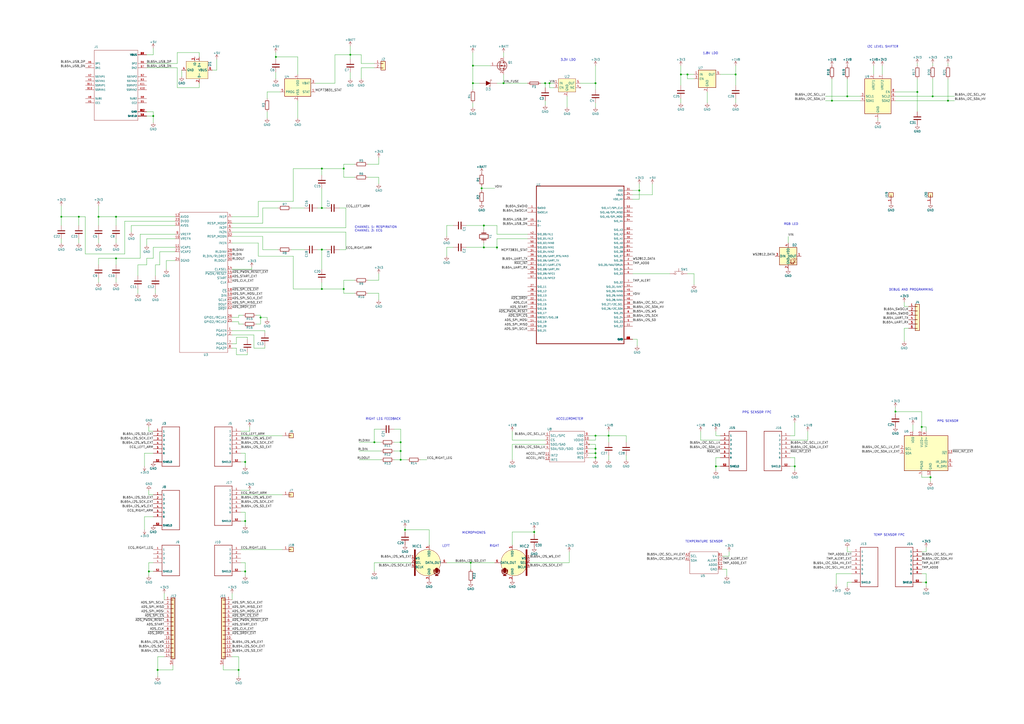
<source format=kicad_sch>
(kicad_sch (version 20221206) (generator eeschema)
  (paper "A2")
  (title_block (title "LifeDataLink") (date "2020-05-19") (rev "v1_RevA") (company "Horizon Medical"))
  (junction (at 142.24 267.97))
  (junction (at 138.43 388.62))
  (junction (at 461.01 270.51))
  (junction (at 534.67 247.65))
  (junction (at 35.56 125.73))
  (junction (at 345.44 260.35))
  (junction (at 67.31 125.73))
  (junction (at 318.77 48.26))
  (junction (at 186.69 97.79))
  (junction (at 353.06 252.73))
  (junction (at 151.13 184.15))
  (junction (at 532.13 53.34))
  (junction (at 345.44 265.43))
  (junction (at 232.41 261.62))
  (junction (at 232.41 266.7))
  (junction (at 232.41 256.54))
  (junction (at 234.95 307.34))
  (junction (at 67.31 149.86))
  (junction (at 88.9 67.31))
  (junction (at 280.67 130.81))
  (junction (at 539.75 276.86))
  (junction (at 398.78 43.18))
  (junction (at 292.1 48.26))
  (junction (at 45.72 125.73))
  (junction (at 345.44 48.26))
  (junction (at 274.32 38.1))
  (junction (at 142.24 302.26))
  (junction (at 549.91 58.42))
  (junction (at 345.44 252.73))
  (junction (at 426.72 43.18))
  (junction (at 273.05 326.39))
  (junction (at 217.17 256.54))
  (junction (at 394.97 43.18))
  (junction (at 280.67 143.51))
  (junction (at 199.39 167.64))
  (junction (at 415.29 270.51))
  (junction (at 199.39 97.79))
  (junction (at 142.24 331.47))
  (junction (at 491.49 55.88))
  (junction (at 541.02 55.88))
  (junction (at 316.23 48.26))
  (junction (at 186.69 120.65))
  (junction (at 537.21 337.82))
  (junction (at 345.44 262.89))
  (junction (at 203.2 31.75))
  (junction (at 160.02 33.02))
  (junction (at 279.4 109.22))
  (junction (at 370.84 110.49))
  (junction (at 57.15 125.73))
  (junction (at 482.6 58.42))
  (junction (at 288.29 143.51))
  (junction (at 274.32 48.26))
  (junction (at 186.69 144.78))
  (junction (at 186.69 167.64))
  (junction (at 86.36 331.47))
  (junction (at 309.88 308.61))
  (junction (at 91.44 388.62))
  (junction (at 519.43 238.76))
  (wire (pts (xy 88.9 31.75) (xy 88.9 27.94)))
  (wire (pts (xy 287.02 109.22) (xy 279.4 109.22)))
  (wire (pts (xy 105.41 40.64) (xy 105.41 44.45)))
  (wire (pts (xy 415.29 265.43) (xy 415.29 270.51)))
  (wire (pts (xy 274.32 52.07) (xy 274.32 48.26)))
  (wire (pts (xy 203.2 26.67) (xy 203.2 31.75)))
  (wire (pts (xy 134.62 137.16) (xy 152.4 137.16)))
  (wire (pts (xy 199.39 97.79) (xy 199.39 95.25)))
  (wire (pts (xy 199.39 170.18) (xy 205.74 170.18)))
  (wire (pts (xy 88.9 143.51) (xy 88.9 149.86)))
  (wire (pts (xy 309.88 308.61) (xy 309.88 309.88)))
  (wire (pts (xy 219.71 170.18) (xy 219.71 173.99)))
  (wire (pts (xy 345.44 252.73) (xy 353.06 252.73)))
  (wire (pts (xy 83.82 262.89) (xy 88.9 262.89)))
  (wire (pts (xy 85.09 31.75) (xy 88.9 31.75)))
  (wire (pts (xy 537.21 337.82) (xy 537.21 340.36)))
  (wire (pts (xy 402.59 165.1) (xy 402.59 158.75)))
  (wire (pts (xy 228.6 266.7) (xy 232.41 266.7)))
  (wire (pts (xy 148.59 187.96) (xy 151.13 187.96)))
  (wire (pts (xy 509.27 68.58) (xy 509.27 69.85)))
  (wire (pts (xy 149.86 116.84) (xy 170.18 116.84)))
  (wire (pts (xy 287.02 326.39) (xy 273.05 326.39)))
  (wire (pts (xy 143.51 205.74) (xy 143.51 204.47)))
  (wire (pts (xy 367.03 113.03) (xy 378.46 113.03)))
  (wire (pts (xy 307.34 326.39) (xy 330.2 326.39)))
  (wire (pts (xy 485.14 332.74) (xy 485.14 339.09)))
  (wire (pts (xy 88.9 326.39) (xy 86.36 326.39)))
  (wire (pts (xy 170.18 148.59) (xy 170.18 167.64)))
  (wire (pts (xy 539.75 279.4) (xy 539.75 276.86)))
  (wire (pts (xy 67.31 153.67) (xy 67.31 149.86)))
  (wire (pts (xy 537.21 332.74) (xy 537.21 337.82)))
  (wire (pts (xy 297.18 257.81) (xy 316.23 257.81)))
  (wire (pts (xy 138.43 182.88) (xy 140.97 182.88)))
  (wire (pts (xy 259.08 326.39) (xy 273.05 326.39)))
  (wire (pts (xy 328.93 55.88) (xy 328.93 62.23)))
  (wire (pts (xy 123.19 40.64) (xy 125.73 40.64)))
  (wire (pts (xy 341.63 262.89) (xy 345.44 262.89)))
  (wire (pts (xy 288.29 138.43) (xy 288.29 143.51)))
  (wire (pts (xy 143.51 195.58) (xy 137.16 195.58)))
  (wire (pts (xy 478.79 55.88) (xy 491.49 55.88)))
  (wire (pts (xy 85.09 153.67) (xy 80.01 153.67)))
  (wire (pts (xy 138.43 388.62) (xy 138.43 381)))
  (wire (pts (xy 115.57 50.8) (xy 102.87 50.8)))
  (wire (pts (xy 458.47 255.27) (xy 468.63 255.27)))
  (wire (pts (xy 534.67 337.82) (xy 537.21 337.82)))
  (wire (pts (xy 176.53 120.65) (xy 168.91 120.65)))
  (wire (pts (xy 406.4 250.19) (xy 406.4 255.27)))
  (wire (pts (xy 100.33 388.62) (xy 91.44 388.62)))
  (wire (pts (xy 511.81 38.1) (xy 511.81 43.18)))
  (wire (pts (xy 345.44 257.81) (xy 345.44 260.35)))
  (wire (pts (xy 134.62 129.54) (xy 152.4 129.54)))
  (wire (pts (xy 534.67 238.76) (xy 534.67 247.65)))
  (wire (pts (xy 85.09 138.43) (xy 85.09 142.24)))
  (wire (pts (xy 345.44 255.27) (xy 345.44 252.73)))
  (wire (pts (xy 309.88 307.34) (xy 309.88 308.61)))
  (wire (pts (xy 421.64 330.2) (xy 421.64 334.01)))
  (wire (pts (xy 274.32 62.23) (xy 274.32 59.69)))
  (wire (pts (xy 85.09 138.43) (xy 101.6 138.43)))
  (wire (pts (xy 394.97 38.1) (xy 394.97 43.18)))
  (wire (pts (xy 219.71 102.87) (xy 219.71 106.68)))
  (wire (pts (xy 316.23 58.42) (xy 316.23 60.96)))
  (wire (pts (xy 139.7 252.73) (xy 163.83 252.73)))
  (wire (pts (xy 519.43 58.42) (xy 549.91 58.42)))
  (wire (pts (xy 72.39 128.27) (xy 72.39 147.32)))
  (wire (pts (xy 534.67 247.65) (xy 537.21 247.65)))
  (wire (pts (xy 186.69 144.78) (xy 189.23 144.78)))
  (wire (pts (xy 519.43 238.76) (xy 534.67 238.76)))
  (wire (pts (xy 458.47 270.51) (xy 461.01 270.51)))
  (wire (pts (xy 139.7 297.18) (xy 142.24 297.18)))
  (wire (pts (xy 213.36 102.87) (xy 219.71 102.87)))
  (wire (pts (xy 152.4 144.78) (xy 161.29 144.78)))
  (wire (pts (xy 306.07 138.43) (xy 288.29 138.43)))
  (wire (pts (xy 534.67 275.59) (xy 534.67 276.86)))
  (wire (pts (xy 88.9 287.02) (xy 86.36 287.02)))
  (wire (pts (xy 353.06 250.19) (xy 353.06 252.73)))
  (wire (pts (xy 321.31 50.8) (xy 318.77 50.8)))
  (wire (pts (xy 186.69 163.83) (xy 186.69 167.64)))
  (wire (pts (xy 45.72 140.97) (xy 45.72 138.43)))
  (wire (pts (xy 280.67 130.81) (xy 288.29 130.81)))
  (wire (pts (xy 186.69 109.22) (xy 186.69 120.65)))
  (wire (pts (xy 72.39 147.32) (xy 49.53 147.32)))
  (wire (pts (xy 461.01 252.73) (xy 458.47 252.73)))
  (wire (pts (xy 95.25 344.17) (xy 95.25 347.98)))
  (wire (pts (xy 196.85 144.78) (xy 200.66 144.78)))
  (wire (pts (xy 153.67 201.93) (xy 153.67 200.66)))
  (wire (pts (xy 491.49 317.5) (xy 491.49 320.04)))
  (wire (pts (xy 115.57 48.26) (xy 115.57 50.8)))
  (wire (pts (xy 139.7 250.19) (xy 144.78 250.19)))
  (wire (pts (xy 419.1 322.58) (xy 422.91 322.58)))
  (wire (pts (xy 147.32 201.93) (xy 153.67 201.93)))
  (wire (pts (xy 415.29 250.19) (xy 415.29 252.73)))
  (wire (pts (xy 410.21 53.34) (xy 410.21 59.69)))
  (wire (pts (xy 137.16 201.93) (xy 137.16 205.74)))
  (wire (pts (xy 196.85 120.65) (xy 200.66 120.65)))
  (wire (pts (xy 146.05 156.21) (xy 146.05 154.94)))
  (wire (pts (xy 482.6 45.72) (xy 482.6 58.42)))
  (wire (pts (xy 129.54 386.08) (xy 129.54 388.62)))
  (wire (pts (xy 353.06 252.73) (xy 353.06 256.54)))
  (wire (pts (xy 353.06 264.16) (xy 353.06 266.7)))
  (wire (pts (xy 138.43 187.96) (xy 140.97 187.96)))
  (wire (pts (xy 102.87 30.48) (xy 115.57 30.48)))
  (wire (pts (xy 139.7 302.26) (xy 142.24 302.26)))
  (wire (pts (xy 186.69 167.64) (xy 199.39 167.64)))
  (wire (pts (xy 336.55 48.26) (xy 345.44 48.26)))
  (wire (pts (xy 318.77 50.8) (xy 318.77 48.26)))
  (wire (pts (xy 341.63 257.81) (xy 345.44 257.81)))
  (wire (pts (xy 345.44 48.26) (xy 345.44 38.1)))
  (wire (pts (xy 96.52 156.21) (xy 96.52 151.13)))
  (wire (pts (xy 88.9 67.31) (xy 85.09 67.31)))
  (wire (pts (xy 341.63 265.43) (xy 345.44 265.43)))
  (wire (pts (xy 92.71 146.05) (xy 101.6 146.05)))
  (wire (pts (xy 88.9 143.51) (xy 101.6 143.51)))
  (wire (pts (xy 519.43 53.34) (xy 532.13 53.34)))
  (wire (pts (xy 184.15 120.65) (xy 186.69 120.65)))
  (wire (pts (xy 232.41 256.54) (xy 232.41 261.62)))
  (wire (pts (xy 549.91 36.83) (xy 549.91 38.1)))
  (wire (pts (xy 134.62 134.62) (xy 200.66 134.62)))
  (wire (pts (xy 426.72 43.18) (xy 426.72 49.53)))
  (wire (pts (xy 57.15 125.73) (xy 57.15 130.81)))
  (wire (pts (xy 406.4 255.27) (xy 417.83 255.27)))
  (wire (pts (xy 234.95 307.34) (xy 234.95 308.61)))
  (wire (pts (xy 341.63 260.35) (xy 345.44 260.35)))
  (wire (pts (xy 170.18 167.64) (xy 186.69 167.64)))
  (wire (pts (xy 163.83 318.77) (xy 139.7 318.77)))
  (wire (pts (xy 534.67 276.86) (xy 539.75 276.86)))
  (wire (pts (xy 316.23 48.26) (xy 318.77 48.26)))
  (wire (pts (xy 532.13 36.83) (xy 532.13 38.1)))
  (wire (pts (xy 57.15 163.83) (xy 57.15 161.29)))
  (wire (pts (xy 170.18 116.84) (xy 170.18 97.79)))
  (wire (pts (xy 549.91 45.72) (xy 549.91 58.42)))
  (wire (pts (xy 67.31 125.73) (xy 57.15 125.73)))
  (wire (pts (xy 142.24 331.47) (xy 142.24 334.01)))
  (wire (pts (xy 152.4 129.54) (xy 152.4 120.65)))
  (wire (pts (xy 457.2 137.16) (xy 457.2 140.97)))
  (wire (pts (xy 219.71 95.25) (xy 219.71 91.44)))
  (wire (pts (xy 176.53 144.78) (xy 168.91 144.78)))
  (wire (pts (xy 220.98 248.92) (xy 217.17 248.92)))
  (wire (pts (xy 199.39 97.79) (xy 199.39 102.87)))
  (wire (pts (xy 345.44 265.43) (xy 345.44 266.7)))
  (wire (pts (xy 234.95 307.34) (xy 248.92 307.34)))
  (wire (pts (xy 367.03 110.49) (xy 370.84 110.49)))
  (wire (pts (xy 152.4 120.65) (xy 161.29 120.65)))
  (wire (pts (xy 91.44 381) (xy 95.25 381)))
  (wire (pts (xy 186.69 156.21) (xy 186.69 144.78)))
  (wire (pts (xy 45.72 125.73) (xy 35.56 125.73)))
  (wire (pts (xy 426.72 57.15) (xy 426.72 59.69)))
  (wire (pts (xy 91.44 392.43) (xy 91.44 388.62)))
  (wire (pts (xy 142.24 297.18) (xy 142.24 302.26)))
  (wire (pts (xy 534.67 247.65) (xy 534.67 250.19)))
  (wire (pts (xy 461.01 265.43) (xy 461.01 270.51)))
  (wire (pts (xy 259.08 148.59) (xy 259.08 143.51)))
  (wire (pts (xy 243.84 266.7) (xy 247.65 266.7)))
  (wire (pts (xy 85.09 64.77) (xy 88.9 64.77)))
  (wire (pts (xy 138.43 186.69) (xy 138.43 187.96)))
  (wire (pts (xy 541.02 36.83) (xy 541.02 38.1)))
  (wire (pts (xy 57.15 140.97) (xy 57.15 138.43)))
  (wire (pts (xy 539.75 276.86) (xy 539.75 275.59)))
  (wire (pts (xy 213.36 95.25) (xy 219.71 95.25)))
  (wire (pts (xy 88.9 331.47) (xy 86.36 331.47)))
  (wire (pts (xy 468.63 255.27) (xy 468.63 250.19)))
  (wire (pts (xy 274.32 38.1) (xy 284.48 38.1)))
  (wire (pts (xy 139.7 284.48) (xy 144.78 284.48)))
  (wire (pts (xy 394.97 43.18) (xy 394.97 49.53)))
  (wire (pts (xy 35.56 119.38) (xy 35.56 125.73)))
  (wire (pts (xy 186.69 101.6) (xy 186.69 97.79)))
  (wire (pts (xy 49.53 147.32) (xy 49.53 125.73)))
  (wire (pts (xy 367.03 115.57) (xy 370.84 115.57)))
  (wire (pts (xy 182.88 48.26) (xy 194.31 48.26)))
  (wire (pts (xy 139.7 267.97) (xy 142.24 267.97)))
  (wire (pts (xy 199.39 167.64) (xy 199.39 162.56)))
  (wire (pts (xy 273.05 330.2) (xy 273.05 326.39)))
  (wire (pts (xy 134.62 191.77) (xy 153.67 191.77)))
  (wire (pts (xy 297.18 308.61) (xy 297.18 316.23)))
  (wire (pts (xy 461.01 270.51) (xy 461.01 273.05)))
  (wire (pts (xy 86.36 331.47) (xy 86.36 334.01)))
  (wire (pts (xy 172.72 33.02) (xy 172.72 43.18)))
  (wire (pts (xy 186.69 97.79) (xy 199.39 97.79)))
  (wire (pts (xy 217.17 326.39) (xy 238.76 326.39)))
  (wire (pts (xy 134.62 199.39) (xy 137.16 199.39)))
  (wire (pts (xy 345.44 59.69) (xy 345.44 62.23)))
  (wire (pts (xy 353.06 252.73) (xy 363.22 252.73)))
  (wire (pts (xy 45.72 125.73) (xy 45.72 130.81)))
  (wire (pts (xy 524.51 175.26) (xy 524.51 177.8)))
  (wire (pts (xy 274.32 48.26) (xy 278.13 48.26)))
  (wire (pts (xy 134.62 156.21) (xy 146.05 156.21)))
  (wire (pts (xy 491.49 337.82) (xy 491.49 340.36)))
  (wire (pts (xy 76.2 130.81) (xy 76.2 134.62)))
  (wire (pts (xy 184.15 144.78) (xy 186.69 144.78)))
  (wire (pts (xy 297.18 255.27) (xy 316.23 255.27)))
  (wire (pts (xy 292.1 33.02) (xy 292.1 30.48)))
  (wire (pts (xy 398.78 43.18) (xy 394.97 43.18)))
  (wire (pts (xy 138.43 392.43) (xy 138.43 388.62)))
  (wire (pts (xy 160.02 30.48) (xy 160.02 33.02)))
  (wire (pts (xy 134.62 186.69) (xy 138.43 186.69)))
  (wire (pts (xy 49.53 125.73) (xy 45.72 125.73)))
  (wire (pts (xy 142.24 262.89) (xy 142.24 267.97)))
  (wire (pts (xy 203.2 31.75) (xy 203.2 34.29)))
  (wire (pts (xy 194.31 48.26) (xy 194.31 31.75)))
  (wire (pts (xy 67.31 140.97) (xy 67.31 138.43)))
  (wire (pts (xy 147.32 201.93) (xy 147.32 194.31)))
  (wire (pts (xy 341.63 255.27) (xy 345.44 255.27)))
  (wire (pts (xy 138.43 184.15) (xy 138.43 182.88)))
  (wire (pts (xy 461.01 245.11) (xy 461.01 252.73)))
  (wire (pts (xy 506.73 38.1) (xy 506.73 43.18)))
  (wire (pts (xy 532.13 64.77) (xy 532.13 53.34)))
  (wire (pts (xy 537.21 317.5) (xy 537.21 320.04)))
  (wire (pts (xy 200.66 134.62) (xy 200.66 144.78)))
  (wire (pts (xy 90.17 153.67) (xy 92.71 153.67)))
  (wire (pts (xy 209.55 36.83) (xy 217.17 36.83)))
  (wire (pts (xy 170.18 97.79) (xy 186.69 97.79)))
  (wire (pts (xy 134.62 344.17) (xy 134.62 347.98)))
  (wire (pts (xy 524.51 177.8) (xy 527.05 177.8)))
  (wire (pts (xy 149.86 148.59) (xy 170.18 148.59)))
  (wire (pts (xy 154.94 68.58) (xy 154.94 64.77)))
  (wire (pts (xy 527.05 190.5) (xy 524.51 190.5)))
  (wire (pts (xy 139.7 262.89) (xy 142.24 262.89)))
  (wire (pts (xy 415.29 252.73) (xy 417.83 252.73)))
  (wire (pts (xy 142.24 302.26) (xy 142.24 304.8)))
  (wire (pts (xy 288.29 130.81) (xy 288.29 135.89)))
  (wire (pts (xy 519.43 55.88) (xy 541.02 55.88)))
  (wire (pts (xy 209.55 31.75) (xy 203.2 31.75)))
  (wire (pts (xy 154.94 57.15) (xy 154.94 53.34)))
  (wire (pts (xy 259.08 130.81) (xy 262.89 130.81)))
  (wire (pts (xy 142.24 267.97) (xy 142.24 270.51)))
  (wire (pts (xy 288.29 143.51) (xy 288.29 144.78)))
  (wire (pts (xy 209.55 39.37) (xy 217.17 39.37)))
  (wire (pts (xy 147.32 194.31) (xy 134.62 194.31)))
  (wire (pts (xy 402.59 43.18) (xy 398.78 43.18)))
  (wire (pts (xy 292.1 48.26) (xy 292.1 43.18)))
  (wire (pts (xy 88.9 250.19) (xy 86.36 250.19)))
  (wire (pts (xy 86.36 287.02) (xy 86.36 284.48)))
  (wire (pts (xy 194.31 31.75) (xy 203.2 31.75)))
  (wire (pts (xy 537.21 320.04) (xy 534.67 320.04)))
  (wire (pts (xy 491.49 45.72) (xy 491.49 55.88)))
  (wire (pts (xy 292.1 48.26) (xy 306.07 48.26)))
  (wire (pts (xy 125.73 40.64) (xy 125.73 34.29)))
  (wire (pts (xy 529.59 246.38) (xy 529.59 250.19)))
  (wire (pts (xy 35.56 125.73) (xy 35.56 130.81)))
  (wire (pts (xy 541.02 55.88) (xy 553.72 55.88)))
  (wire (pts (xy 549.91 58.42) (xy 553.72 58.42)))
  (wire (pts (xy 172.72 68.58) (xy 172.72 58.42)))
  (wire (pts (xy 67.31 163.83) (xy 67.31 161.29)))
  (wire (pts (xy 102.87 39.37) (xy 102.87 50.8)))
  (wire (pts (xy 83.82 299.72) (xy 83.82 307.34)))
  (wire (pts (xy 417.83 43.18) (xy 426.72 43.18)))
  (wire (pts (xy 137.16 195.58) (xy 137.16 199.39)))
  (wire (pts (xy 143.51 196.85) (xy 143.51 195.58)))
  (wire (pts (xy 148.59 182.88) (xy 151.13 182.88)))
  (wire (pts (xy 426.72 43.18) (xy 426.72 38.1)))
  (wire (pts (xy 345.44 260.35) (xy 345.44 262.89)))
  (wire (pts (xy 341.63 252.73) (xy 345.44 252.73)))
  (wire (pts (xy 81.28 135.89) (xy 101.6 135.89)))
  (wire (pts (xy 232.41 261.62) (xy 232.41 266.7)))
  (wire (pts (xy 76.2 130.81) (xy 101.6 130.81)))
  (wire (pts (xy 80.01 170.18) (xy 80.01 167.64)))
  (wire (pts (xy 85.09 149.86) (xy 85.09 153.67)))
  (wire (pts (xy 220.98 266.7) (xy 208.28 266.7)))
  (wire (pts (xy 280.67 140.97) (xy 280.67 143.51)))
  (wire (pts (xy 248.92 307.34) (xy 248.92 316.23)))
  (wire (pts (xy 363.22 264.16) (xy 363.22 266.7)))
  (wire (pts (xy 137.16 205.74) (xy 143.51 205.74)))
  (wire (pts (xy 330.2 320.04) (xy 330.2 326.39)))
  (wire (pts (xy 219.71 162.56) (xy 219.71 158.75)))
  (wire (pts (xy 345.44 262.89) (xy 345.44 265.43)))
  (wire (pts (xy 90.17 153.67) (xy 90.17 160.02)))
  (wire (pts (xy 494.03 337.82) (xy 491.49 337.82)))
  (wire (pts (xy 228.6 248.92) (xy 232.41 248.92)))
  (wire (pts (xy 92.71 153.67) (xy 92.71 146.05)))
  (wire (pts (xy 154.94 53.34) (xy 162.56 53.34)))
  (wire (pts (xy 134.62 184.15) (xy 138.43 184.15)))
  (wire (pts (xy 83.82 262.89) (xy 83.82 270.51)))
  (wire (pts (xy 138.43 381) (xy 134.62 381)))
  (wire (pts (xy 139.7 326.39) (xy 142.24 326.39)))
  (wire (pts (xy 316.23 50.8) (xy 316.23 48.26)))
  (wire (pts (xy 280.67 143.51) (xy 288.29 143.51)))
  (wire (pts (xy 199.39 162.56) (xy 205.74 162.56)))
  (wire (pts (xy 57.15 149.86) (xy 67.31 149.86)))
  (wire (pts (xy 88.9 299.72) (xy 83.82 299.72)))
  (wire (pts (xy 402.59 158.75) (xy 398.78 158.75)))
  (wire (pts (xy 318.77 48.26) (xy 321.31 48.26)))
  (wire (pts (xy 209.55 39.37) (xy 209.55 45.72)))
  (wire (pts (xy 519.43 236.22) (xy 519.43 238.76)))
  (wire (pts (xy 482.6 58.42) (xy 499.11 58.42)))
  (wire (pts (xy 398.78 45.72) (xy 398.78 43.18)))
  (wire (pts (xy 422.91 322.58) (xy 422.91 320.04)))
  (wire (pts (xy 297.18 250.19) (xy 297.18 255.27)))
  (wire (pts (xy 288.29 48.26) (xy 292.1 48.26)))
  (wire (pts (xy 35.56 140.97) (xy 35.56 138.43)))
  (wire (pts (xy 217.17 256.54) (xy 220.98 256.54)))
  (wire (pts (xy 160.02 45.72) (xy 160.02 41.91)))
  (wire (pts (xy 232.41 248.92) (xy 232.41 256.54)))
  (wire (pts (xy 67.31 125.73) (xy 101.6 125.73)))
  (wire (pts (xy 388.62 158.75) (xy 367.03 158.75)))
  (wire (pts (xy 80.01 153.67) (xy 80.01 160.02)))
  (wire (pts (xy 532.13 53.34) (xy 532.13 45.72)))
  (wire (pts (xy 86.36 326.39) (xy 86.36 331.47)))
  (wire (pts (xy 86.36 250.19) (xy 86.36 247.65)))
  (wire (pts (xy 279.4 109.22) (xy 279.4 110.49)))
  (wire (pts (xy 217.17 331.47) (xy 217.17 326.39)))
  (wire (pts (xy 378.46 113.03) (xy 378.46 106.68)))
  (wire (pts (xy 134.62 201.93) (xy 137.16 201.93)))
  (wire (pts (xy 151.13 184.15) (xy 154.94 184.15)))
  (wire (pts (xy 313.69 48.26) (xy 316.23 48.26)))
  (wire (pts (xy 541.02 45.72) (xy 541.02 55.88)))
  (wire (pts (xy 149.86 140.97) (xy 149.86 148.59)))
  (wire (pts (xy 270.51 143.51) (xy 280.67 143.51)))
  (wire (pts (xy 259.08 137.16) (xy 259.08 130.81)))
  (wire (pts (xy 369.57 200.66) (xy 369.57 196.85)))
  (wire (pts (xy 151.13 182.88) (xy 151.13 184.15)))
  (wire (pts (xy 200.66 120.65) (xy 200.66 132.08)))
  (wire (pts (xy 494.03 320.04) (xy 491.49 320.04)))
  (wire (pts (xy 199.39 102.87) (xy 205.74 102.87)))
  (wire (pts (xy 134.62 132.08) (xy 200.66 132.08)))
  (wire (pts (xy 88.9 71.12) (xy 88.9 67.31)))
  (wire (pts (xy 134.62 140.97) (xy 149.86 140.97)))
  (wire (pts (xy 149.86 125.73) (xy 149.86 116.84)))
  (wire (pts (xy 519.43 238.76) (xy 519.43 240.03)))
  (wire (pts (xy 153.67 191.77) (xy 153.67 193.04)))
  (wire (pts (xy 139.7 331.47) (xy 142.24 331.47)))
  (wire (pts (xy 228.6 261.62) (xy 232.41 261.62)))
  (wire (pts (xy 134.62 125.73) (xy 149.86 125.73)))
  (wire (pts (xy 402.59 45.72) (xy 398.78 45.72)))
  (wire (pts (xy 309.88 308.61) (xy 297.18 308.61)))
  (wire (pts (xy 213.36 170.18) (xy 219.71 170.18)))
  (wire (pts (xy 151.13 187.96) (xy 151.13 184.15)))
  (wire (pts (xy 203.2 45.72) (xy 203.2 41.91)))
  (wire (pts (xy 524.51 190.5) (xy 524.51 198.12)))
  (wire (pts (xy 279.4 107.95) (xy 279.4 109.22)))
  (wire (pts (xy 270.51 130.81) (xy 280.67 130.81)))
  (wire (pts (xy 280.67 130.81) (xy 280.67 133.35)))
  (wire (pts (xy 234.95 306.07) (xy 234.95 307.34)))
  (wire (pts (xy 81.28 149.86) (xy 81.28 135.89)))
  (wire (pts (xy 199.39 95.25) (xy 205.74 95.25)))
  (wire (pts (xy 172.72 33.02) (xy 160.02 33.02)))
  (wire (pts (xy 217.17 248.92) (xy 217.17 256.54)))
  (wire (pts (xy 154.94 184.15) (xy 154.94 185.42)))
  (wire (pts (xy 417.83 265.43) (xy 415.29 265.43)))
  (wire (pts (xy 160.02 33.02) (xy 160.02 34.29)))
  (wire (pts (xy 88.9 64.77) (xy 88.9 67.31)))
  (wire (pts (xy 100.33 386.08) (xy 100.33 388.62)))
  (wire (pts (xy 57.15 119.38) (xy 57.15 125.73)))
  (wire (pts (xy 485.14 332.74) (xy 494.03 332.74)))
  (wire (pts (xy 67.31 125.73) (xy 67.31 130.81)))
  (wire (pts (xy 369.57 196.85) (xy 367.03 196.85)))
  (wire (pts (xy 274.32 30.48) (xy 274.32 38.1)))
  (wire (pts (xy 101.6 128.27) (xy 72.39 128.27)))
  (wire (pts (xy 394.97 57.15) (xy 394.97 59.69)))
  (wire (pts (xy 478.79 58.42) (xy 482.6 58.42)))
  (wire (pts (xy 419.1 330.2) (xy 421.64 330.2)))
  (wire (pts (xy 417.83 270.51) (xy 415.29 270.51)))
  (wire (pts (xy 363.22 252.73) (xy 363.22 256.54)))
  (wire (pts (xy 213.36 162.56) (xy 219.71 162.56)))
  (wire (pts (xy 152.4 137.16) (xy 152.4 144.78)))
  (wire (pts (xy 537.21 247.65) (xy 537.21 250.19)))
  (wire (pts (xy 228.6 256.54) (xy 232.41 256.54)))
  (wire (pts (xy 88.9 149.86) (xy 85.09 149.86)))
  (wire (pts (xy 534.67 332.74) (xy 537.21 332.74)))
  (wire (pts (xy 85.09 36.83) (xy 102.87 36.83)))
  (wire (pts (xy 458.47 265.43) (xy 461.01 265.43)))
  (wire (pts (xy 85.09 39.37) (xy 102.87 39.37)))
  (wire (pts (xy 274.32 38.1) (xy 274.32 48.26)))
  (wire (pts (xy 370.84 110.49) (xy 370.84 106.68)))
  (wire (pts (xy 491.49 55.88) (xy 499.11 55.88)))
  (wire (pts (xy 144.78 250.19) (xy 144.78 247.65)))
  (wire (pts (xy 139.7 287.02) (xy 163.83 287.02)))
  (wire (pts (xy 91.44 388.62) (xy 91.44 381)))
  (wire (pts (xy 115.57 30.48) (xy 115.57 33.02)))
  (wire (pts (xy 96.52 151.13) (xy 101.6 151.13)))
  (wire (pts (xy 142.24 326.39) (xy 142.24 331.47)))
  (wire (pts (xy 370.84 115.57) (xy 370.84 110.49)))
  (wire (pts (xy 415.29 270.51) (xy 415.29 273.05)))
  (wire (pts (xy 102.87 36.83) (xy 102.87 30.48)))
  (wire (pts (xy 297.18 257.81) (xy 297.18 266.7)))
  (wire (pts (xy 220.98 261.62) (xy 208.28 261.62)))
  (wire (pts (xy 288.29 135.89) (xy 306.07 135.89)))
  (wire (pts (xy 232.41 266.7) (xy 236.22 266.7)))
  (wire (pts (xy 208.28 256.54) (xy 217.17 256.54)))
  (wire (pts (xy 345.44 52.07) (xy 345.44 48.26)))
  (wire (pts (xy 259.08 143.51) (xy 262.89 143.51)))
  (wire (pts (xy 186.69 120.65) (xy 189.23 120.65)))
  (wire (pts (xy 209.55 36.83) (xy 209.55 31.75)))
  (wire (pts (xy 129.54 388.62) (xy 138.43 388.62)))
  (wire (pts (xy 67.31 149.86) (xy 81.28 149.86)))
  (wire (pts (xy 57.15 153.67) (xy 57.15 149.86)))
  (wire (pts (xy 90.17 170.18) (xy 90.17 167.64)))
  (wire (pts (xy 199.39 167.64) (xy 199.39 170.18)))
  (text "RIGHT" (at 289.56 317.5 0) (effects (font (size 1.27 1.27)) (justify right bottom)))
  (text "ACCELEROMETER" (at 322.58 243.84 0) (effects (font (size 1.27 1.27)) (justify left bottom)))
  (text "DEBUG AND PROGRAMMING" (at 515.62 168.91 0) (effects (font (size 1.27 1.27)) (justify left bottom)))
  (text "LEFT" (at 256.54 317.5 0) (effects (font (size 1.27 1.27)) (justify left bottom)))
  (text "3.3V LDO" (at 325.12 35.56 0) (effects (font (size 1.27 1.27)) (justify left bottom)))
  (text "CHANNEL 1: RESPIRATION\nCHANNEL 2: ECG" (at 205.74 134.62 0) (effects (font (size 1.27 1.27)) (justify left bottom)))
  (text "PPG SENSOR" (at 543.56 245.11 0) (effects (font (size 1.27 1.27)) (justify left bottom)))
  (text "RGB LED" (at 454.66 130.81 0) (effects (font (size 1.27 1.27)) (justify left bottom)))
  (text "MICROPHONES" (at 267.97 309.88 0) (effects (font (size 1.27 1.27)) (justify left bottom)))
  (text "TEMPERATURE SENSOR" (at 397.51 314.96 0) (effects (font (size 1.27 1.27)) (justify left bottom)))
  (text "I2C LEVEL SHIFTER" (at 502.92 27.94 0) (effects (font (size 1.27 1.27)) (justify left bottom)))
  (text "1.8V LDO" (at 407.67 31.75 0) (effects (font (size 1.27 1.27)) (justify left bottom)))
  (text "RIGHT LEG FEEDBACK" (at 212.09 243.84 0) (effects (font (size 1.27 1.27)) (justify left bottom)))
  (text "PPG SENSOR FPC" (at 430.53 240.03 0) (effects (font (size 1.27 1.27)) (justify left bottom)))
  (text "TEMP SENSOR FPC" (at 506.73 311.15 0) (effects (font (size 1.27 1.27)) (justify left bottom)))
  (label "BL654_I2S_WS_EXT" (at 238.76 323.85 180))
  (label "~{ADS_PWDN_RESET_EXT}" (at 134.62 360.68 0))
  (label "BL654_SWDCLK" (at 527.05 180.34 180))
  (label "ECG_RIGHT_LEG" (at 139.7 318.77 0))
  (label "ECG_LEFT_ARM" (at 139.7 252.73 0))
  (label "~{MAX_INT_EXT}" (at 552.45 262.89 0))
  (label "ECG_RIGHT_ARM" (at 139.7 287.02 0))
  (label "ADS_SPI_SCLK" (at 95.25 350.52 180))
  (label "RLDINV" (at 214.63 256.54 180))
  (label "~{ADS_SPI_CS}" (at 95.25 358.14 180))
  (label "BL654_USB_DN" (at 49.53 39.37 180))
  (label "BL654_I2S_SD_EXT" (at 139.7 294.64 0))
  (label "BL654_I2S_SCK" (at 95.25 375.92 180))
  (label "BL654_USB_DP" (at 85.09 36.83 0))
  (label "ADS_SPI_SCLK" (at 306.07 191.77 180))
  (label "RLDIN" (at 213.36 261.62 180))
  (label "~{ADS_DRDY_EXT}" (at 134.62 179.07 0))
  (label "ADS_SPI_SCLK_EXT" (at 134.62 173.99 0))
  (label "BL654_I2S_SD_EXT" (at 134.62 378.46 0))
  (label "BL654_I2S_WS_EXT" (at 88.9 294.64 180))
  (label "~{ADS_DRDY}" (at 306.07 173.99 180))
  (label "ECG_RIGHT_LEG" (at 247.65 266.7 0))
  (label "BL654_SWDIO" (at 306.07 120.65 180))
  (label "BL654_I2S_WS_EXT" (at 139.7 289.56 0))
  (label "ADS_CLK" (at 306.07 176.53 180))
  (label "TMP_ALERT_EXT" (at 419.1 325.12 0))
  (label "~{ADS_PWDN_RESET}" (at 95.25 360.68 180))
  (label "ADS_CLK_EXT" (at 134.62 163.83 0))
  (label "ECG_RIGHT_LEG" (at 88.9 318.77 180))
  (label "MCP73831_STAT" (at 306.07 146.05 180))
  (label "BL654_I2S_SCK" (at 367.03 184.15 0))
  (label "BL654_UART_TX" (at 306.07 151.13 180))
  (label "BL654_I2S_SCK_EXT" (at 88.9 292.1 180))
  (label "ADS_START" (at 95.25 363.22 180))
  (label "BL654_USB_DN" (at 85.09 39.37 0))
  (label "BL654_USB_DN" (at 306.07 130.81 180))
  (label "BL654_I2S_SCK_EXT" (at 88.9 255.27 180))
  (label "BL654_I2S_SCK_EXT" (at 307.34 328.93 0))
  (label "BL654_I2S_SD_EXT" (at 281.94 326.39 180))
  (label "BL654_I2S_WS_EXT" (at 134.62 373.38 0))
  (label "~{ADS_SPI_CS_EXT}" (at 134.62 358.14 0))
  (label "BL654_I2S_SCK_EXT" (at 139.7 257.81 0))
  (label "ACCEL_INT2" (at 316.23 264.16 180))
  (label "BL654_USB_DP" (at 306.07 128.27 180))
  (label "BL654_I2C_SCL_LV" (at 417.83 257.81 180))
  (label "ADS_SPI_MISO_EXT" (at 134.62 353.06 0))
  (label "~{MAX_INT}" (at 417.83 262.89 180))
  (label "BL654_UART_RX" (at 527.05 187.96 180))
  (label "ADS_SPI_MOSI" (at 95.25 355.6 180))
  (label "ADS_SPI_MISO" (at 306.07 189.23 180))
  (label "ADS_SPI_MOSI_EXT" (at 134.62 355.6 0))
  (label "BL654_I2S_SCK_EXT" (at 238.76 328.93 180))
  (label "ADS_SPI_MISO" (at 95.25 353.06 180))
  (label "BL654_I2C_SCL_LV_EXT" (at 521.97 260.35 180))
  (label "ECG_RIGHT_ARM" (at 88.9 297.18 180))
  (label "TMP_ADD0_EXT" (at 419.1 327.66 0))
  (label "BL654_I2C_SDA_LV_EXT" (at 521.97 262.89 180))
  (label "BL654_I2C_SCL_LV" (at 478.79 55.88 180))
  (label "ADS_START" (at 306.07 179.07 180))
  (label "BL654_I2C_SCL_HV_EXT" (at 494.03 330.2 180))
  (label "BL654_SWDCLK" (at 306.07 123.19 180))
  (label "~{ADS_DRDY}" (at 95.25 368.3 180))
  (label "BL654_I2C_SDA_LV" (at 316.23 260.35 180))
  (label "BL654_I2S_SCK_EXT" (at 139.7 292.1 0))
  (label "BL654_I2S_SD" (at 367.03 186.69 0))
  (label "RLDOUT" (at 134.62 151.13 0))
  (label "ECG_LEFT_ARM" (at 200.66 120.65 0))
  (label "ADS_CLK_EXT" (at 134.62 365.76 0))
  (label "BL654_I2S_SCK_EXT" (at 134.62 375.92 0))
  (label "~{ADS_SPI_CS_EXT}" (at 134.62 168.91 0))
  (label "VDIV" (at 367.03 171.45 0))
  (label "BL654_UART_RX" (at 306.07 156.21 180))
  (label "BL654_I2C_SCL_HV" (at 534.67 322.58 0))
  (label "BL654_I2S_WS_EXT" (at 88.9 257.81 180))
  (label "BL654_I2C_SCL_HV_EXT" (at 397.51 322.58 180))
  (label "BL654_USB_DP" (at 49.53 36.83 180))
  (label "TMP_ALERT_EXT" (at 494.03 325.12 180))
  (label "~{ADS_DRDY_EXT}" (at 134.62 368.3 0))
  (label "BL654_I2S_WS_EXT" (at 139.7 255.27 0))
  (label "BL654_I2C_SDA_HV" (at 534.67 325.12 0))
  (label "BL654_I2C_SDA_LV" (at 478.79 58.42 180))
  (label "BL654_I2C_SCL_LV_EXT" (at 458.47 257.81 0))
  (label "BL654_I2S_WS_EXT" (at 307.34 323.85 0))
  (label "RLDOUT" (at 214.63 266.7 180))
  (label "ADS_START_EXT" (at 134.62 161.29 0))
  (label "ECG_LEFT_ARM" (at 88.9 260.35 180))
  (label "~{ADS_PWDN_RESET}" (at 306.07 181.61 180))
  (label "BL654_I2C_SDA_LV_EXT" (at 458.47 260.35 0))
  (label "ADS_CLK" (at 95.25 365.76 180))
  (label "BL654_I2C_SCL_LV" (at 316.23 252.73 180))
  (label "ADS_START_EXT" (at 134.62 363.22 0))
  (label "TMP_ADD0" (at 367.03 153.67 0))
  (label "VDIV" (at 287.02 109.22 0))
  (label "ADS_SPI_SCLK_EXT" (at 134.62 350.52 0))
  (label "TMP_ADD0" (at 534.67 330.2 0))
  (label "~{MAX_INT}" (at 306.07 153.67 180))
  (label "BL654_I2S_SD_EXT" (at 88.9 289.56 180))
  (label "BL654_SWDIO" (at 527.05 182.88 180))
  (label "BL654_I2C_SDA_HV" (at 553.72 58.42 0))
  (label "WS2812_DATA" (at 367.03 151.13 0))
  (label "~{ADS_PWDN_RESET_EXT}" (at 134.62 158.75 0))
  (label "BL654_I2S_SD_EXT" (at 88.9 252.73 180))
  (label "BL654_I2C_SDA_HV_EXT" (at 397.51 325.12 180))
  (label "TMP_ALERT" (at 534.67 327.66 0))
  (label "VIN" (at 318.77 48.26 0))
  (label "RLDINV" (at 134.62 146.05 0))
  (label "BL654_I2S_WS" (at 95.25 373.38 180))
  (label "WS2812_DATA" (at 449.58 148.59 180))
  (label "BL654_I2C_SCL_HV" (at 367.03 176.53 0))
  (label "BL654_I2C_SDA_HV_EXT" (at 494.03 327.66 180))
  (label "BL654_I2S_SD" (at 95.25 378.46 180))
  (label "TMP_ALERT" (at 367.03 163.83 0))
  (label "ADS_SPI_MOSI" (at 306.07 186.69 180))
  (label "BL654_I2S_SD_EXT" (at 139.7 260.35 0))
  (label "TMP_ADD0_EXT" (at 494.03 322.58 180))
  (label "BL654_UART_TX" (at 527.05 185.42 180))
  (label "MCP73831_STAT" (at 182.88 53.34 0))
  (label "BL654_I2C_SCL_HV" (at 553.72 55.88 0))
  (label "~{ADS_SPI_CS}" (at 306.07 184.15 180))
  (label "ACCEL_INT1" (at 316.23 266.7 180))
  (label "RLDIN" (at 134.62 148.59 0))
  (label "ECG_RIGHT_ARM" (at 200.66 144.78 0))
  (label "BL654_I2C_SDA_LV" (at 417.83 260.35 180))
  (label "VIN_FUSE" (at 292.1 48.26 0))
  (label "BL654_I2S_WS" (at 367.03 181.61 0))
  (label "BL654_I2C_SDA_HV" (at 367.03 179.07 0))
  (label "ADS_SPI_MOSI_EXT" (at 134.62 171.45 0))
  (label "VIN" (at 457.2 137.16 0))
  (label "~{MAX_INT_EXT}" (at 458.47 262.89 0))
  (label "ADS_SPI_MISO_EXT" (at 134.62 176.53 0))
  (symbol (lib_id "451-00001:451-00001") (at 336.55 153.67 0) (unit 1)
    (property "Reference" "U1" (at 311.0992 107.8738 0) (effects (justify left bottom)))
    (property "Datasheet" "Manufacturer Recommendations" (effects hide))
    (property "Campo4" "Laird Technology" (effects hide))
    (property "MPN" "BL654" (effects hide))
  )
  (symbol (lib_id "power:+5V") (at 160.02 30.48 0) (unit 1)
    (property "Reference" "#PWR019" (effects hide))
  )
  (symbol (lib_id "power:GND") (at 172.72 68.58 0) (unit 1)
    (property "Reference" "#PWR024" (effects hide))
  )
  (symbol (lib_id "Battery_Management:MCP73831-2-OT") (at 172.72 50.8 0) (unit 1)
    (property "Reference" "U4" (at 165.1 44.45 0) (effects (justify left)))
    (property "Datasheet" "http://ww1.microchip.com/downloads/en/DeviceDoc/20001984g.pdf" (effects hide))
    (property "MPN" "MCP73831T-2ACI/OT" (effects hide))
  )
  (symbol (lib_id "Device:C") (at 266.7 130.81 270) (unit 1)
    (property "Reference" "C1" (at 269.24 131.445 0) (effects (justify left)))
    (property "MPN" "C0402C120J5GACTU" (effects hide))
  )
  (symbol (lib_id "Device:C") (at 266.7 143.51 270) (unit 1)
    (property "Reference" "C2" (at 269.24 144.145 0) (effects (justify left)))
    (property "MPN" "C0402C100J5GACTU" (effects hide))
  )
  (symbol (lib_id "Device:Crystal") (at 280.67 137.16 270) (unit 1)
    (property "Reference" "Y1" (at 284.48 137.16 0))
    (property "MPN" "ABS05-32.768KHZ-9-T" (effects hide))
  )
  (symbol (lib_id "power:GND") (at 259.08 148.59 0) (unit 1)
    (property "Reference" "#PWR02" (effects hide))
  )
  (symbol (lib_id "power:GND") (at 259.08 137.16 0) (unit 1)
    (property "Reference" "#PWR01" (effects hide))
  )
  (symbol (lib_id "DX07S024XJ1R1100:DX07S024XJ1R1100") (at 67.31 49.53 0) (unit 1)
    (property "Reference" "J1" (at 54.61 27.94 0) (effects (justify left bottom)))
    (property "Datasheet" "1" (effects hide))
    (property "Campo4" "3.34mm" (effects hide))
    (property "Campo5" "JAE" (effects hide))
    (property "Campo6" "Manufacturer recommendations" (effects hide))
    (property "MPN" "DX07S024XJ1R1100" (effects hide))
  )
  (symbol (lib_id "power:+5V") (at 88.9 27.94 0) (unit 1)
    (property "Reference" "#PWR03" (effects hide))
  )
  (symbol (lib_id "power:GND") (at 88.9 71.12 0) (unit 1)
    (property "Reference" "#PWR04" (effects hide))
  )
  (symbol (lib_id "dk_TVS-Diodes:TPD4S012DRYR") (at 120.65 40.64 270) (unit 1)
    (property "Reference" "D1" (at 121.666 35.433 0) (effects (font (size 1.524 1.524)) (justify left)))
    (property "Datasheet" "http://www.ti.com/general/docs/suppproductinfo.tsp?distId=10&gotoUrl=http%3A%2F%2Fwww.ti.com%2Flit%2Fgpn%2Ftpd4s012" (effects hide))
    (property "Digi-Key_PN" "296-24244-1-ND" (effects hide))
    (property "MPN" "TPD4S012DRYR" (effects hide))
    (property "Category" "Circuit Protection" (effects hide))
    (property "Family" "TVS - Diodes" (effects hide))
    (property "DK_Datasheet_Link" "http://www.ti.com/general/docs/suppproductinfo.tsp?distId=10&gotoUrl=http%3A%2F%2Fwww.ti.com%2Flit%2Fgpn%2Ftpd4s012" (effects hide))
    (property "DK_Detail_Page" "/product-detail/en/texas-instruments/TPD4S012DRYR/296-24244-1-ND/2037535" (effects hide))
    (property "Description" "TVS DIODE 5.5V 6SON" (effects hide))
    (property "Manufacturer" "Texas Instruments" (effects hide))
    (property "Status" "Active" (effects hide))
  )
  (symbol (lib_id "Device:R") (at 224.79 266.7 90) (mirror x) (unit 1)
    (property "Reference" "R13" (at 224.79 268.732 90))
    (property "MPN" "CRCW04020000Z0EDC" (effects hide))
  )
  (symbol (lib_id "Device:R") (at 240.03 266.7 90) (mirror x) (unit 1)
    (property "Reference" "R14" (at 240.03 268.732 90))
    (property "MPN" "CRCW0402100KFKEDC" (effects hide))
  )
  (symbol (lib_id "Device:R") (at 224.79 261.62 90) (mirror x) (unit 1)
    (property "Reference" "R12" (at 224.79 263.652 90))
    (property "MPN" "CRCW0402100KFKEDC" (effects hide))
  )
  (symbol (lib_id "Device:R") (at 224.79 256.54 90) (mirror x) (unit 1)
    (property "Reference" "R11" (at 224.79 258.572 90))
    (property "MPN" "CRCW04021M00FKEDC" (effects hide))
  )
  (symbol (lib_id "power:GND") (at 105.41 44.45 0) (unit 1)
    (property "Reference" "#PWR08" (effects hide))
  )
  (symbol (lib_id "power:+5V") (at 125.73 34.29 0) (unit 1)
    (property "Reference" "#PWR07" (effects hide))
  )
  (symbol (lib_id "Device:C") (at 160.02 38.1 180) (unit 1)
    (property "Reference" "C6" (at 159.385 40.64 0) (effects (justify left)))
    (property "MPN" "C0402C475M7PACTU" (effects hide))
  )
  (symbol (lib_id "dk_PMIC-Voltage-Regulators-Linear:LP5907MFX-3_3_NOPB") (at 328.93 53.34 0) (unit 1)
    (property "Reference" "U2" (at 328.93 44.45 0) (effects (font (size 1.524 1.524))))
    (property "Datasheet" "http://www.ti.com/general/docs/suppproductinfo.tsp?distId=10&gotoUrl=http%3A%2F%2Fwww.ti.com%2Flit%2Fgpn%2Flp5907" (effects hide))
    (property "Digi-Key_PN" "296-38557-1-ND" (effects hide))
    (property "MPN" "LP5907MFX-3.3/NOPB" (effects hide))
    (property "Category" "Integrated Circuits (ICs)" (effects hide))
    (property "Family" "PMIC - Voltage Regulators - Linear" (effects hide))
    (property "DK_Datasheet_Link" "http://www.ti.com/general/docs/suppproductinfo.tsp?distId=10&gotoUrl=http%3A%2F%2Fwww.ti.com%2Flit%2Fgpn%2Flp5907" (effects hide))
    (property "DK_Detail_Page" "/product-detail/en/texas-instruments/LP5907MFX-3.3-NOPB/296-38557-1-ND/5034443" (effects hide))
    (property "Description" "IC REG LINEAR 3.3V 250MA SOT23-5" (effects hide))
    (property "Manufacturer" "Texas Instruments" (effects hide))
    (property "Status" "Active" (effects hide))
  )
  (symbol (lib_id "Device:C") (at 316.23 54.61 180) (unit 1)
    (property "Reference" "C3" (at 315.595 57.15 0) (effects (justify left)))
    (property "MPN" "C0402C105K9PACTU" (effects hide))
  )
  (symbol (lib_id "Device:C") (at 345.44 55.88 180) (unit 1)
    (property "Reference" "C4" (at 344.805 58.42 0) (effects (justify left)))
    (property "MPN" "C0402C105K9PACTU" (effects hide))
  )
  (symbol (lib_id "power:+5V") (at 274.32 30.48 0) (unit 1)
    (property "Reference" "#PWR05" (effects hide))
  )
  (symbol (lib_id "Lifedatalink_v1_revA-rescue:+3.3V-power") (at 345.44 38.1 0) (unit 1)
    (property "Reference" "#PWR06" (effects hide))
  )
  (symbol (lib_id "power:GND") (at 316.23 60.96 0) (unit 1)
    (property "Reference" "#PWR09" (effects hide))
  )
  (symbol (lib_id "power:GND") (at 345.44 62.23 0) (unit 1)
    (property "Reference" "#PWR011" (effects hide))
  )
  (symbol (lib_id "power:GND") (at 328.93 62.23 0) (unit 1)
    (property "Reference" "#PWR010" (effects hide))
  )
  (symbol (lib_id "Device:C") (at 224.79 248.92 90) (mirror x) (unit 1)
    (property "Reference" "C21" (at 222.25 249.555 0) (effects (justify left)))
    (property "MPN" "C0402C470K5GACTU" (effects hide))
  )
  (symbol (lib_id "Device:C") (at 203.2 38.1 180) (unit 1)
    (property "Reference" "C7" (at 202.565 40.64 0) (effects (justify left)))
    (property "MPN" "C0402C475M7PACTU" (effects hide))
  )
  (symbol (lib_id "power:GND") (at 203.2 45.72 0) (unit 1)
    (property "Reference" "#PWR020" (effects hide))
  )
  (symbol (lib_id "Device:R") (at 154.94 60.96 180) (unit 1)
    (property "Reference" "R3" (at 152.908 60.96 90))
    (property "MPN" "CRCW040210K0FKEDC" (effects hide))
  )
  (symbol (lib_id "power:GND") (at 154.94 68.58 0) (unit 1)
    (property "Reference" "#PWR016" (effects hide))
  )
  (symbol (lib_id "Connector_Generic:Conn_01x02") (at 222.25 36.83 0) (unit 1)
    (property "Reference" "J2" (at 222.25 34.29 0))
    (property "MPN" "SM02B-SRSS-TB(LF)(SN)" (effects hide))
  )
  (symbol (lib_id "power:GND") (at 160.02 45.72 0) (unit 1)
    (property "Reference" "#PWR017" (effects hide))
  )
  (symbol (lib_id "power:GND") (at 209.55 45.72 0) (unit 1)
    (property "Reference" "#PWR021" (effects hide))
  )
  (symbol (lib_id "dk_Microphones:SPH0645LM4H-B") (at 248.92 326.39 0) (unit 1)
    (property "Reference" "MIC1" (at 241.935 316.865 0) (effects (font (size 1.524 1.524))))
    (property "Datasheet" "https://invensense.tdk.com/wp-content/uploads/2016/02/DS-000069-ICS-43434-v1.2.pdf?ref_disty=digikey" (effects hide))
    (property "MPN" "ICS-43434" (effects hide))
    (property "Category" "Audio Products" (effects hide))
    (property "Family" "Microphones" (effects hide))
    (property "Manufacturer" "InvenSense" (effects hide))
  )
  (symbol (lib_id "power:+BATT") (at 203.2 26.67 0) (unit 1)
    (property "Reference" "#PWR012" (effects hide))
  )
  (symbol (lib_id "Transistor_FET:DMG2301L") (at 289.56 38.1 0) (unit 1)
    (property "Reference" "Q1" (at 294.64 36.195 0) (effects (justify left)))
    (property "Datasheet" "https://www.ti.com/lit/ds/symlink/csd23280f3.pdf" (effects hide))
    (property "MPN" "CSD23280F3" (effects hide))
  )
  (symbol (lib_id "503480-0400:503480-0400") (at 99.06 323.85 0) (mirror y) (unit 1)
    (property "Reference" "J9" (at 104.14 315.1886 0) (effects (justify left bottom)))
    (property "Datasheet" "5034800400" (effects hide))
    (property "Campo4" "None" (effects hide))
    (property "Campo5" "0.50mm Pitch Easy-On™ BackFlip™ Type FPC Connector, 1.00mm Height, Right Angle, Surface Mount, Dual Contact Style, 4 ..." (effects hide))
    (property "Campo6" "Molex" (effects hide))
    (property "Campo7" "Unavailable" (effects hide))
    (property "Campo8" "None" (effects hide))
    (property "MPN" "503480-0400" (effects hide))
  )
  (symbol (lib_id "dk_Microphones:SPH0645LM4H-B") (at 297.18 326.39 0) (mirror y) (unit 1)
    (property "Reference" "MIC2" (at 304.165 316.865 0) (effects (font (size 1.524 1.524))))
    (property "Datasheet" "https://invensense.tdk.com/wp-content/uploads/2016/02/DS-000069-ICS-43434-v1.2.pdf?ref_disty=digikey" (effects hide))
    (property "MPN" "ICS-43434" (effects hide))
    (property "Category" "Audio Products" (effects hide))
    (property "Family" "Microphones" (effects hide))
    (property "Manufacturer" "InvenSense" (effects hide))
  )
  (symbol (lib_id "503480-0400:503480-0400") (at 129.54 323.85 0) (unit 1)
    (property "Reference" "J10" (at 124.46 315.1886 0) (effects (justify left bottom)))
    (property "Datasheet" "5034800400" (effects hide))
    (property "Campo4" "None" (effects hide))
    (property "Campo5" "0.50mm Pitch Easy-On™ BackFlip™ Type FPC Connector, 1.00mm Height, Right Angle, Surface Mount, Dual Contact Style, 4 ..." (effects hide))
    (property "Campo6" "Molex" (effects hide))
    (property "Campo7" "Unavailable" (effects hide))
    (property "Campo8" "None" (effects hide))
    (property "MPN" "503480-0400" (effects hide))
  )
  (symbol (lib_id "Device:C") (at 234.95 312.42 180) (unit 1)
    (property "Reference" "C29" (at 234.315 314.96 0) (effects (justify left)))
    (property "MPN" "C0402C104K4PACTU" (effects hide))
  )
  (symbol (lib_id "Device:C") (at 309.88 313.69 0) (mirror x) (unit 1)
    (property "Reference" "C30" (at 310.515 316.23 0) (effects (justify left)))
    (property "MPN" "C0402C104K4PACTU" (effects hide))
  )
  (symbol (lib_id "Device:R") (at 273.05 334.01 0) (unit 1)
    (property "Reference" "R22" (at 275.082 334.01 90))
    (property "MPN" "CRCW0402100KFKEDC" (effects hide))
  )
  (symbol (lib_id "Lifedatalink_v1_revA-rescue:+3.3V-power") (at 234.95 306.07 0) (unit 1)
    (property "Reference" "#PWR082" (effects hide))
  )
  (symbol (lib_id "Device:Fuse") (at 309.88 48.26 270) (unit 1)
    (property "Reference" "F1" (at 309.88 50.292 90))
    (property "MPN" "0603L075SLYR" (effects hide))
  )
  (symbol (lib_id "dk_Diodes-Rectifiers-Single:MBR0540T1G") (at 283.21 48.26 0) (mirror x) (unit 1)
    (property "Reference" "D3" (at 283.21 50.8 0) (effects (font (size 1.524 1.524)) (justify bottom)))
    (property "Datasheet" "http://www.onsemi.com/pub/Collateral/MBR0540T1-D.PDF" (effects hide))
    (property "Digi-Key_PN" "MBR0540T1GOSCT-ND" (effects hide))
    (property "MPN" "MBR0540T1G" (effects hide))
    (property "Category" "Discrete Semiconductor Products" (effects hide))
    (property "Family" "Diodes - Rectifiers - Single" (effects hide))
    (property "DK_Datasheet_Link" "http://www.onsemi.com/pub/Collateral/MBR0540T1-D.PDF" (effects hide))
    (property "DK_Detail_Page" "/product-detail/en/on-semiconductor/MBR0540T1G/MBR0540T1GOSCT-ND/917967" (effects hide))
    (property "Description" "DIODE SCHOTTKY 40V 500MA SOD123" (effects hide))
    (property "Manufacturer" "ON Semiconductor" (effects hide))
    (property "Status" "Active" (effects hide))
  )
  (symbol (lib_id "Device:R") (at 274.32 55.88 180) (unit 1)
    (property "Reference" "R4" (at 272.288 55.88 90))
    (property "MPN" "CRCW0402100KFKEDC" (effects hide))
  )
  (symbol (lib_id "power:+BATT") (at 292.1 30.48 0) (unit 1)
    (property "Reference" "#PWR013" (effects hide))
  )
  (symbol (lib_id "power:GND") (at 234.95 316.23 0) (unit 1)
    (property "Reference" "#PWR083" (effects hide))
  )
  (symbol (lib_id "power:GND") (at 274.32 62.23 0) (unit 1)
    (property "Reference" "#PWR014" (effects hide))
  )
  (symbol (lib_id "power:GND") (at 273.05 337.82 0) (mirror y) (unit 1)
    (property "Reference" "#PWR090" (effects hide))
  )
  (symbol (lib_id "Lifedatalink_v1_revA-rescue:+3.3V-power") (at 309.88 307.34 0) (mirror y) (unit 1)
    (property "Reference" "#PWR086" (effects hide))
  )
  (symbol (lib_id "Lifedatalink_v1_revA-rescue:+3.3V-power") (at 370.84 106.68 0) (unit 1)
    (property "Reference" "#PWR015" (effects hide))
  )
  (symbol (lib_id "power:+5V") (at 378.46 106.68 0) (unit 1)
    (property "Reference" "#PWR018" (effects hide))
  )
  (symbol (lib_id "power:GND") (at 369.57 200.66 0) (unit 1)
    (property "Reference" "#PWR025" (effects hide))
  )
  (symbol (lib_id "503480-0600:503480-0600") (at 129.54 257.81 0) (mirror y) (unit 1)
    (property "Reference" "J5" (at 134.62 246.38 0) (effects (justify left bottom)))
    (property "Datasheet" "Molex" (effects hide))
    (property "Campo4" "H" (effects hide))
    (property "Campo5" "Manufacturer Recommendations" (effects hide))
    (property "Campo6" "1.87 mm" (effects hide))
    (property "MPN" "503480-0600" (effects hide))
  )
  (symbol (lib_id "503480-0600:503480-0600") (at 99.06 257.81 0) (unit 1)
    (property "Reference" "J3" (at 93.98 246.38 0) (effects (justify left bottom)))
    (property "Datasheet" "Molex" (effects hide))
    (property "Campo4" "H" (effects hide))
    (property "Campo5" "Manufacturer Recommendations" (effects hide))
    (property "Campo6" "1.87 mm" (effects hide))
    (property "MPN" "503480-0600" (effects hide))
  )
  (symbol (lib_id "Analog_ADC:ADS1292R") (at 119.38 161.29 0) (unit 1)
    (property "Reference" "U3" (at 119.38 205.74 0))
    (property "Datasheet" "https://www.ti.com/lit/ds/symlink/ads1292r.pdf" (effects hide))
    (property "MPN" "ADS1292RIRSMT" (effects hide))
  )
  (symbol (lib_id "power:+1V8") (at 406.4 250.19 0) (unit 1)
    (property "Reference" "#PWR068" (effects hide))
  )
  (symbol (lib_id "Connector_Generic:Conn_01x01") (at 168.91 318.77 0) (unit 1)
    (property "Reference" "J18" (at 168.91 316.23 0))
  )
  (symbol (lib_id "Lifedatalink_v1_revA-rescue:+3.3V-power") (at 144.78 247.65 0) (mirror y) (unit 1)
    (property "Reference" "#PWR050" (effects hide))
  )
  (symbol (lib_id "power:GND") (at 142.24 270.51 0) (mirror y) (unit 1)
    (property "Reference" "#PWR061" (effects hide))
  )
  (symbol (lib_id "Device:C") (at 57.15 134.62 180) (unit 1)
    (property "Reference" "C5" (at 56.515 137.16 0) (effects (justify left)))
    (property "MPN" "C0402C106M9PAC7867" (effects hide))
  )
  (symbol (lib_id "Device:C") (at 67.31 134.62 180) (unit 1)
    (property "Reference" "C8" (at 66.675 137.16 0) (effects (justify left)))
    (property "MPN" "C0402C104K4PACTU" (effects hide))
  )
  (symbol (lib_id "power:GND") (at 57.15 140.97 0) (unit 1)
    (property "Reference" "#PWR027" (effects hide))
  )
  (symbol (lib_id "power:GND") (at 67.31 140.97 0) (unit 1)
    (property "Reference" "#PWR028" (effects hide))
  )
  (symbol (lib_id "power:GND") (at 142.24 334.01 0) (mirror y) (unit 1)
    (property "Reference" "#PWR093" (effects hide))
  )
  (symbol (lib_id "power:GND") (at 76.2 134.62 0) (unit 1)
    (property "Reference" "#PWR026" (effects hide))
  )
  (symbol (lib_id "Device:C") (at 57.15 157.48 180) (unit 1)
    (property "Reference" "C9" (at 56.515 160.02 0) (effects (justify left)))
    (property "MPN" "C0402C106M9PAC7867" (effects hide))
  )
  (symbol (lib_id "Device:C") (at 67.31 157.48 180) (unit 1)
    (property "Reference" "C10" (at 66.675 160.02 0) (effects (justify left)))
    (property "MPN" "C0402C104K4PACTU" (effects hide))
  )
  (symbol (lib_id "power:GND") (at 57.15 163.83 0) (unit 1)
    (property "Reference" "#PWR030" (effects hide))
  )
  (symbol (lib_id "power:GND") (at 67.31 163.83 0) (unit 1)
    (property "Reference" "#PWR031" (effects hide))
  )
  (symbol (lib_id "Switch:SW_Push") (at 393.7 158.75 0) (unit 1)
    (property "Reference" "SW1" (at 394.97 156.21 0) (effects (justify left)))
    (property "MPN" "B3U-3000P" (effects hide))
  )
  (symbol (lib_id "power:GND") (at 248.92 336.55 0) (unit 1)
    (property "Reference" "#PWR085" (effects hide))
  )
  (symbol (lib_id "power:GND") (at 297.18 336.55 0) (mirror y) (unit 1)
    (property "Reference" "#PWR089" (effects hide))
  )
  (symbol (lib_id "power:GND") (at 86.36 334.01 0) (mirror y) (unit 1)
    (property "Reference" "#PWR092" (effects hide))
  )
  (symbol (lib_id "power:GND") (at 85.09 142.24 0) (unit 1)
    (property "Reference" "#PWR029" (effects hide))
  )
  (symbol (lib_id "power:GND") (at 402.59 165.1 0) (unit 1)
    (property "Reference" "#PWR023" (effects hide))
  )
  (symbol (lib_id "Device:C") (at 35.56 134.62 180) (unit 1)
    (property "Reference" "C22" (at 34.925 137.16 0) (effects (justify left)))
    (property "MPN" "C0402C106M9PAC7867" (effects hide))
  )
  (symbol (lib_id "Device:C") (at 45.72 134.62 180) (unit 1)
    (property "Reference" "C23" (at 45.085 137.16 0) (effects (justify left)))
    (property "MPN" "C0402C104K4PACTU" (effects hide))
  )
  (symbol (lib_id "power:GND") (at 35.56 140.97 0) (unit 1)
    (property "Reference" "#PWR041" (effects hide))
  )
  (symbol (lib_id "power:GND") (at 45.72 140.97 0) (unit 1)
    (property "Reference" "#PWR042" (effects hide))
  )
  (symbol (lib_id "Lifedatalink_v1_revA-rescue:+3.3V-power") (at 35.56 119.38 0) (unit 1)
    (property "Reference" "#PWR040" (effects hide))
  )
  (symbol (lib_id "Device:C") (at 80.01 163.83 180) (unit 1)
    (property "Reference" "C11" (at 79.375 166.37 0) (effects (justify left)))
    (property "MPN" "C0402C105K9PACTU" (effects hide))
  )
  (symbol (lib_id "Device:C") (at 90.17 163.83 180) (unit 1)
    (property "Reference" "C12" (at 89.535 166.37 0) (effects (justify left)))
    (property "MPN" "C0402C105K9PACTU" (effects hide))
  )
  (symbol (lib_id "power:GND") (at 80.01 170.18 0) (unit 1)
    (property "Reference" "#PWR032" (effects hide))
  )
  (symbol (lib_id "power:GND") (at 90.17 170.18 0) (unit 1)
    (property "Reference" "#PWR033" (effects hide))
  )
  (symbol (lib_id "Lifedatalink_v1_revA-rescue:+3.3V-power") (at 83.82 270.51 0) (mirror x) (unit 1)
    (property "Reference" "#PWR045" (effects hide))
  )
  (symbol (lib_id "power:GND") (at 86.36 247.65 0) (mirror x) (unit 1)
    (property "Reference" "#PWR052" (effects hide))
  )
  (symbol (lib_id "Lifedatalink_v1_revA-rescue:+3.3V-power") (at 146.05 154.94 0) (unit 1)
    (property "Reference" "#PWR043" (effects hide))
  )
  (symbol (lib_id "power:GND") (at 96.52 156.21 0) (unit 1)
    (property "Reference" "#PWR035" (effects hide))
  )
  (symbol (lib_id "Device:R") (at 144.78 182.88 90) (mirror x) (unit 1)
    (property "Reference" "R15" (at 144.78 184.912 90))
    (property "MPN" "RC0402FR-0745K3L" (effects hide))
  )
  (symbol (lib_id "Device:R") (at 144.78 187.96 90) (mirror x) (unit 1)
    (property "Reference" "R16" (at 144.78 189.992 90))
    (property "MPN" "RC0402FR-0745K3L" (effects hide))
  )
  (symbol (lib_id "power:GND") (at 154.94 185.42 0) (mirror y) (unit 1)
    (property "Reference" "#PWR044" (effects hide))
  )
  (symbol (lib_id "503480-0600:503480-0600") (at 504.19 327.66 0) (unit 1)
    (property "Reference" "J13" (at 499.11 316.23 0) (effects (justify left bottom)))
    (property "Datasheet" "Molex" (effects hide))
    (property "Campo4" "H" (effects hide))
    (property "Campo5" "Manufacturer Recommendations" (effects hide))
    (property "Campo6" "1.87 mm" (effects hide))
    (property "MPN" "503480-0600" (effects hide))
  )
  (symbol (lib_id "Lifedatalink_v1_revA-rescue:+3.3V-power") (at 485.14 339.09 0) (mirror x) (unit 1)
    (property "Reference" "#PWR064" (effects hide))
  )
  (symbol (lib_id "power:GND") (at 491.49 317.5 0) (mirror x) (unit 1)
    (property "Reference" "#PWR066" (effects hide))
  )
  (symbol (lib_id "Lifedatalink_v1_revA-rescue:+3.3V-power") (at 57.15 119.38 0) (unit 1)
    (property "Reference" "#PWR034" (effects hide))
  )
  (symbol (lib_id "Device:C") (at 143.51 200.66 180) (unit 1)
    (property "Reference" "C14" (at 142.875 203.2 0) (effects (justify left)))
    (property "MPN" "C0402C473K3RACAUTO" (effects hide))
  )
  (symbol (lib_id "Device:C") (at 153.67 196.85 180) (unit 1)
    (property "Reference" "C13" (at 153.035 199.39 0) (effects (justify left)))
    (property "MPN" "C0402C473K3RACAUTO" (effects hide))
  )
  (symbol (lib_id "IIS2DLPCTR:IIS2DLPCTR") (at 328.93 259.08 0) (unit 1)
    (property "Reference" "U8" (at 318.77 248.92 0))
    (property "MPN" "IIS2DLPCTR" (effects hide))
  )
  (symbol (lib_id "Device:C") (at 353.06 260.35 180) (unit 1)
    (property "Reference" "C27" (at 352.425 262.89 0) (effects (justify left)))
    (property "MPN" "C0402C104K4PACTU" (effects hide))
  )
  (symbol (lib_id "Device:C") (at 363.22 260.35 180) (unit 1)
    (property "Reference" "C28" (at 362.585 262.89 0) (effects (justify left)))
    (property "MPN" "C0402C106M9PAC7867" (effects hide))
  )
  (symbol (lib_id "Device:R") (at 209.55 95.25 90) (unit 1)
    (property "Reference" "R5" (at 209.55 93.218 90))
    (property "MPN" "CRCW040210M0FKED" (effects hide))
  )
  (symbol (lib_id "Connector_Generic:Conn_01x01") (at 168.91 252.73 0) (unit 1)
    (property "Reference" "J6" (at 168.91 250.19 0))
  )
  (symbol (lib_id "Device:R") (at 209.55 102.87 90) (unit 1)
    (property "Reference" "R6" (at 209.55 100.838 90))
    (property "MPN" "CRCW040210M0FKED" (effects hide))
  )
  (symbol (lib_id "Device:C") (at 186.69 105.41 180) (unit 1)
    (property "Reference" "C15" (at 186.055 107.95 0) (effects (justify left)))
    (property "MPN" "C0402C222K5RACTU" (effects hide))
  )
  (symbol (lib_id "Device:C") (at 180.34 120.65 90) (unit 1)
    (property "Reference" "C16" (at 177.8 120.015 0) (effects (justify left)))
    (property "MPN" "C0402C222K5RACTU" (effects hide))
  )
  (symbol (lib_id "Device:C") (at 193.04 120.65 90) (unit 1)
    (property "Reference" "C17" (at 190.5 120.015 0) (effects (justify left)))
    (property "MPN" "C0402C104K4PACTU" (effects hide))
  )
  (symbol (lib_id "power:+BATT") (at 279.4 100.33 0) (unit 1)
    (property "Reference" "#PWR095" (effects hide))
  )
  (symbol (lib_id "Device:R") (at 279.4 104.14 180) (unit 1)
    (property "Reference" "R1" (at 277.368 104.14 90))
    (property "MPN" "CRCW0402100KFKEDC" (effects hide))
  )
  (symbol (lib_id "Device:R") (at 279.4 114.3 180) (unit 1)
    (property "Reference" "R2" (at 277.368 114.3 90))
    (property "MPN" "CRCW0402100KFKEDC" (effects hide))
  )
  (symbol (lib_id "power:GND") (at 279.4 118.11 0) (unit 1)
    (property "Reference" "#PWR096" (effects hide))
  )
  (symbol (lib_id "503480-0600:503480-0600") (at 524.51 327.66 0) (mirror y) (unit 1)
    (property "Reference" "J14" (at 529.59 316.23 0) (effects (justify left bottom)))
    (property "Datasheet" "Molex" (effects hide))
    (property "Campo4" "H" (effects hide))
    (property "Campo5" "Manufacturer Recommendations" (effects hide))
    (property "Campo6" "1.87 mm" (effects hide))
    (property "MPN" "503480-0600" (effects hide))
  )
  (symbol (lib_id "Lifedatalink_v1_revA-rescue:+3.3V-power") (at 537.21 317.5 0) (mirror y) (unit 1)
    (property "Reference" "#PWR065" (effects hide))
  )
  (symbol (lib_id "power:GND") (at 537.21 340.36 0) (mirror y) (unit 1)
    (property "Reference" "#PWR067" (effects hide))
  )
  (symbol (lib_id "power:GND") (at 309.88 317.5 0) (mirror y) (unit 1)
    (property "Reference" "#PWR087" (effects hide))
  )
  (symbol (lib_id "Device:R") (at 165.1 120.65 90) (unit 1)
    (property "Reference" "R7" (at 165.1 118.618 90))
    (property "MPN" "CRCW040240K2FKEDC" (effects hide))
  )
  (symbol (lib_id "power:GND") (at 217.17 331.47 0) (unit 1)
    (property "Reference" "#PWR084" (effects hide))
  )
  (symbol (lib_id "LED:WS2812B") (at 457.2 148.59 0) (unit 1)
    (property "Reference" "D2" (at 462.28 142.875 0) (effects (justify right bottom)))
    (property "Datasheet" "https://cdn-shop.adafruit.com/datasheets/WS2812B.pdf" (effects hide))
    (property "MPN" "APA-102-2020" (effects hide))
  )
  (symbol (lib_id "503480-0600:503480-0600") (at 427.99 260.35 0) (unit 1)
    (property "Reference" "J15" (at 422.91 248.92 0) (effects (justify left bottom)))
    (property "Datasheet" "Molex" (effects hide))
    (property "Campo4" "H" (effects hide))
    (property "Campo5" "Manufacturer Recommendations" (effects hide))
    (property "Campo6" "1.87 mm" (effects hide))
    (property "MPN" "503480-0600" (effects hide))
  )
  (symbol (lib_id "Lifedatalink_v1_revA-rescue:+3.3V-power") (at 415.29 250.19 0) (unit 1)
    (property "Reference" "#PWR0101" (effects hide))
  )
  (symbol (lib_id "power:GND") (at 415.29 273.05 0) (unit 1)
    (property "Reference" "#PWR0102" (effects hide))
  )
  (symbol (lib_id "503480-0600:503480-0600") (at 448.31 260.35 0) (mirror y) (unit 1)
    (property "Reference" "J16" (at 453.39 248.92 0) (effects (justify left bottom)))
    (property "Datasheet" "Molex" (effects hide))
    (property "Campo4" "H" (effects hide))
    (property "Campo5" "Manufacturer Recommendations" (effects hide))
    (property "Campo6" "1.87 mm" (effects hide))
    (property "MPN" "503480-0600" (effects hide))
  )
  (symbol (lib_id "power:GND") (at 461.01 273.05 0) (mirror y) (unit 1)
    (property "Reference" "#PWR0104" (effects hide))
  )
  (symbol (lib_id "power:GND") (at 426.72 59.69 0) (unit 1)
    (property "Reference" "#PWR0109" (effects hide))
  )
  (symbol (lib_id "Lifedatalink_v1_revA-rescue:+3.3V-power") (at 330.2 320.04 0) (mirror y) (unit 1)
    (property "Reference" "#PWR088" (effects hide))
  )
  (symbol (lib_id "power:GND") (at 457.2 156.21 0) (unit 1)
    (property "Reference" "#PWR022" (effects hide))
  )
  (symbol (lib_id "power:GND") (at 363.22 266.7 0) (unit 1)
    (property "Reference" "#PWR073" (effects hide))
  )
  (symbol (lib_id "Lifedatalink_v1_revA-rescue:+3.3V-power") (at 219.71 91.44 0) (unit 1)
    (property "Reference" "#PWR036" (effects hide))
  )
  (symbol (lib_id "power:GND") (at 219.71 106.68 0) (unit 1)
    (property "Reference" "#PWR037" (effects hide))
  )
  (symbol (lib_id "power:GND") (at 353.06 266.7 0) (unit 1)
    (property "Reference" "#PWR072" (effects hide))
  )
  (symbol (lib_id "Connector_Generic_Shielded:Conn_01x14_Shielded") (at 129.54 363.22 0) (mirror y) (unit 1)
    (property "Reference" "J11" (at 129.286 345.694 0))
    (property "MPN" "503480-1400" (effects hide))
  )
  (symbol (lib_id "Device:R") (at 209.55 170.18 90) (mirror x) (unit 1)
    (property "Reference" "R10" (at 209.55 172.212 90))
    (property "MPN" "CRCW040210M0FKED" (effects hide))
  )
  (symbol (lib_id "Device:R") (at 209.55 162.56 90) (mirror x) (unit 1)
    (property "Reference" "R9" (at 209.55 164.592 90))
    (property "MPN" "CRCW040210M0FKED" (effects hide))
  )
  (symbol (lib_id "Device:C") (at 180.34 144.78 90) (mirror x) (unit 1)
    (property "Reference" "C18" (at 177.8 145.415 0) (effects (justify left)))
    (property "MPN" "C0402C222K5RACTU" (effects hide))
  )
  (symbol (lib_id "Device:C") (at 193.04 144.78 90) (mirror x) (unit 1)
    (property "Reference" "C19" (at 190.5 145.415 0) (effects (justify left)))
    (property "MPN" "C0402C104K4PACTU" (effects hide))
  )
  (symbol (lib_id "Device:C") (at 186.69 160.02 0) (mirror y) (unit 1)
    (property "Reference" "C20" (at 186.055 157.48 0) (effects (justify left)))
    (property "MPN" "C0402C222K5RACTU" (effects hide))
  )
  (symbol (lib_id "Device:R") (at 165.1 144.78 90) (mirror x) (unit 1)
    (property "Reference" "R8" (at 165.1 146.812 90))
    (property "MPN" "CRCW040240K2FKEDC" (effects hide))
  )
  (symbol (lib_id "Lifedatalink_v1_revA-rescue:+3.3V-power") (at 219.71 158.75 0) (mirror y) (unit 1)
    (property "Reference" "#PWR038" (effects hide))
  )
  (symbol (lib_id "power:GND") (at 219.71 173.99 0) (mirror y) (unit 1)
    (property "Reference" "#PWR039" (effects hide))
  )
  (symbol (lib_id "power:GND") (at 88.9 267.97 0) (mirror y) (unit 1)
    (property "Reference" "#PWR0112" (effects hide))
  )
  (symbol (lib_id "power:GND") (at 345.44 266.7 0) (unit 1)
    (property "Reference" "#PWR071" (effects hide))
  )
  (symbol (lib_id "503480-0600:503480-0600") (at 99.06 294.64 0) (unit 1)
    (property "Reference" "J8" (at 93.98 283.21 0) (effects (justify left bottom)))
    (property "Datasheet" "Molex" (effects hide))
    (property "Campo4" "H" (effects hide))
    (property "Campo5" "Manufacturer Recommendations" (effects hide))
    (property "Campo6" "1.87 mm" (effects hide))
    (property "MPN" "503480-0600" (effects hide))
  )
  (symbol (lib_id "power:GND") (at 142.24 304.8 0) (mirror y) (unit 1)
    (property "Reference" "#PWR081" (effects hide))
  )
  (symbol (lib_id "Connector_Generic:Conn_01x01") (at 516.89 113.03 90) (unit 1)
    (property "Reference" "J19" (at 514.35 113.03 0))
  )
  (symbol (lib_id "Connector_Generic:Conn_01x01") (at 539.75 113.03 90) (unit 1)
    (property "Reference" "J20" (at 537.21 113.03 0))
  )
  (symbol (lib_id "Lifedatalink_v1_revA-rescue:+3.3V-power") (at 524.51 175.26 0) (unit 1)
    (property "Reference" "#PWR0110" (effects hide))
  )
  (symbol (lib_id "power:GND") (at 516.89 118.11 0) (unit 1)
    (property "Reference" "#PWR0113" (effects hide))
  )
  (symbol (lib_id "power:GND") (at 539.75 118.11 0) (unit 1)
    (property "Reference" "#PWR0114" (effects hide))
  )
  (symbol (lib_id "Connector_Generic:Conn_01x01") (at 168.91 287.02 0) (unit 1)
    (property "Reference" "J7" (at 168.91 284.48 0))
  )
  (symbol (lib_id "Lifedatalink_v1_revA-rescue:+3.3V-power") (at 134.62 344.17 0) (unit 1)
    (property "Reference" "#PWR0105" (effects hide))
  )
  (symbol (lib_id "503480-0600:503480-0600") (at 129.54 292.1 0) (mirror y) (unit 1)
    (property "Reference" "J17" (at 134.62 280.67 0) (effects (justify left bottom)))
    (property "Datasheet" "Molex" (effects hide))
    (property "Campo4" "H" (effects hide))
    (property "Campo5" "Manufacturer Recommendations" (effects hide))
    (property "Campo6" "1.87 mm" (effects hide))
    (property "MPN" "503480-0600" (effects hide))
  )
  (symbol (lib_id "power:GND") (at 86.36 284.48 0) (mirror x) (unit 1)
    (property "Reference" "#PWR062" (effects hide))
  )
  (symbol (lib_id "power:GND") (at 138.43 392.43 0) (unit 1)
    (property "Reference" "#PWR0106" (effects hide))
  )
  (symbol (lib_id "Sensor_Temperature:TMP117NAIYBGR") (at 407.67 326.39 0) (unit 1)
    (property "Reference" "U5" (at 407.67 334.01 0))
    (property "MPN" "TMP117NAIYBGR" (effects hide))
  )
  (symbol (lib_id "Connector_Generic_Shielded:Conn_01x14_Shielded") (at 100.33 363.22 0) (unit 1)
    (property "Reference" "J12" (at 100.584 345.694 0))
    (property "MPN" "503480-1400" (effects hide))
  )
  (symbol (lib_id "Lifedatalink_v1_revA-rescue:+3.3V-power") (at 95.25 344.17 0) (mirror y) (unit 1)
    (property "Reference" "#PWR0107" (effects hide))
  )
  (symbol (lib_id "power:GND") (at 91.44 392.43 0) (mirror y) (unit 1)
    (property "Reference" "#PWR0108" (effects hide))
  )
  (symbol (lib_id "power:GND") (at 421.64 334.01 0) (mirror y) (unit 1)
    (property "Reference" "#PWR047" (effects hide))
  )
  (symbol (lib_id "Lifedatalink_v1_revA-rescue:+3.3V-power") (at 422.91 320.04 0) (mirror y) (unit 1)
    (property "Reference" "#PWR046" (effects hide))
  )
  (symbol (lib_id "power:GND") (at 297.18 266.7 0) (unit 1)
    (property "Reference" "#PWR070" (effects hide))
  )
  (symbol (lib_id "power:GND") (at 491.49 340.36 0) (mirror y) (unit 1)
    (property "Reference" "#PWR097" (effects hide))
  )
  (symbol (lib_id "Device:R") (at 482.6 41.91 0) (mirror y) (unit 1)
    (property "Reference" "R18" (at 480.568 41.91 90))
    (property "MPN" "CRCW04024K70FKEDC" (effects hide))
  )
  (symbol (lib_id "Device:R") (at 491.49 41.91 0) (mirror y) (unit 1)
    (property "Reference" "R19" (at 489.458 41.91 90))
    (property "MPN" "CRCW04024K70FKEDC" (effects hide))
  )
  (symbol (lib_id "Lifedatalink_v1_revA-rescue:+3.3V-power") (at 532.13 36.83 0) (unit 1)
    (property "Reference" "#PWR069" (effects hide))
  )
  (symbol (lib_id "Interface:PCA9306") (at 509.27 55.88 0) (unit 1)
    (property "Reference" "U9" (at 501.65 44.45 0) (effects (justify left)))
    (property "Datasheet" "http://www.ti.com/lit/ds/symlink/pca9306.pdf" (effects hide))
    (property "MPN" "PCA9306DQER" (effects hide))
  )
  (symbol (lib_id "Lifedatalink_v1_revA-rescue:+3.3V-power") (at 541.02 36.83 0) (unit 1)
    (property "Reference" "#PWR048" (effects hide))
  )
  (symbol (lib_id "Lifedatalink_v1_revA-rescue:+3.3V-power") (at 549.91 36.83 0) (unit 1)
    (property "Reference" "#PWR049" (effects hide))
  )
  (symbol (lib_id "Device:R") (at 541.02 41.91 0) (mirror y) (unit 1)
    (property "Reference" "R20" (at 538.988 41.91 90))
    (property "MPN" "CRCW04024K70FKEDC" (effects hide))
  )
  (symbol (lib_id "Device:R") (at 549.91 41.91 0) (mirror y) (unit 1)
    (property "Reference" "R21" (at 547.878 41.91 90))
    (property "MPN" "CRCW04024K70FKEDC" (effects hide))
  )
  (symbol (lib_id "Device:C") (at 532.13 68.58 180) (unit 1)
    (property "Reference" "C31" (at 531.495 71.12 0) (effects (justify left)))
    (property "MPN" "C0402C101J5GACTU" (effects hide))
  )
  (symbol (lib_id "power:GND") (at 532.13 72.39 0) (unit 1)
    (property "Reference" "#PWR094" (effects hide))
  )
  (symbol (lib_id "Lifedatalink_v1_revA-rescue:+3.3V-power") (at 83.82 307.34 0) (mirror x) (unit 1)
    (property "Reference" "#PWR091" (effects hide))
  )
  (symbol (lib_id "power:GND") (at 88.9 304.8 0) (mirror y) (unit 1)
    (property "Reference" "#PWR063" (effects hide))
  )
  (symbol (lib_id "Device:R") (at 532.13 41.91 0) (mirror y) (unit 1)
    (property "Reference" "R17" (at 530.098 41.91 90))
    (property "MPN" "RC0402FR-07200KL" (effects hide))
  )
  (symbol (lib_id "power:GND") (at 524.51 198.12 0) (unit 1)
    (property "Reference" "#PWR051" (effects hide))
  )
  (symbol (lib_id "Sensor:MAX30102") (at 537.21 262.89 0) (unit 1)
    (property "Reference" "U6" (at 525.78 250.19 0))
    (property "Datasheet" "https://datasheets.maximintegrated.com/en/ds/MAX30102.pdf" (effects hide))
    (property "MPN" "MAX30102EFD+" (effects hide))
  )
  (symbol (lib_id "Lifedatalink_v1_revA-rescue:+3.3V-power") (at 511.81 38.1 0) (unit 1)
    (property "Reference" "#PWR076" (effects hide))
  )
  (symbol (lib_id "Lifedatalink_v1_revA-rescue:+3.3V-power") (at 144.78 284.48 0) (mirror y) (unit 1)
    (property "Reference" "#PWR0115" (effects hide))
  )
  (symbol (lib_id "power:GND") (at 539.75 279.4 0) (unit 1)
    (property "Reference" "#PWR054" (effects hide))
  )
  (symbol (lib_id "power:+1V8") (at 482.6 38.1 0) (unit 1)
    (property "Reference" "#PWR074" (effects hide))
  )
  (symbol (lib_id "power:+1V8") (at 491.49 38.1 0) (unit 1)
    (property "Reference" "#PWR075" (effects hide))
  )
  (symbol (lib_id "Device:C") (at 519.43 243.84 180) (unit 1)
    (property "Reference" "C24" (at 518.795 246.38 0) (effects (justify left)))
    (property "MPN" "C0402C105K9PACTU" (effects hide))
  )
  (symbol (lib_id "power:GND") (at 519.43 247.65 0) (unit 1)
    (property "Reference" "#PWR053" (effects hide))
  )
  (symbol (lib_id "Regulator_Linear:LP5907MFX-1.8") (at 410.21 45.72 0) (unit 1)
    (property "Reference" "U7" (at 406.4 39.37 0))
    (property "Datasheet" "http://www.ti.com/lit/ds/symlink/lp5907.pdf" (effects hide))
    (property "MPN" "LP5907MFX-1.8/NOPB" (effects hide))
  )
  (symbol (lib_id "Device:C") (at 394.97 53.34 180) (unit 1)
    (property "Reference" "C25" (at 394.335 55.88 0) (effects (justify left)))
    (property "MPN" "C0402C105K9PACTU" (effects hide))
  )
  (symbol (lib_id "Device:C") (at 426.72 53.34 180) (unit 1)
    (property "Reference" "C26" (at 426.085 55.88 0) (effects (justify left)))
    (property "MPN" "C0402C105K9PACTU" (effects hide))
  )
  (symbol (lib_id "power:GND") (at 394.97 59.69 0) (unit 1)
    (property "Reference" "#PWR056" (effects hide))
  )
  (symbol (lib_id "power:GND") (at 509.27 69.85 0) (unit 1)
    (property "Reference" "#PWR058" (effects hide))
  )
  (symbol (lib_id "power:GND") (at 410.21 59.69 0) (unit 1)
    (property "Reference" "#PWR057" (effects hide))
  )
  (symbol (lib_id "power:+1V8") (at 426.72 38.1 0) (unit 1)
    (property "Reference" "#PWR055" (effects hide))
  )
  (symbol (lib_id "Lifedatalink_v1_revA-rescue:+3.3V-power") (at 394.97 38.1 0) (unit 1)
    (property "Reference" "#PWR059" (effects hide))
  )
  (symbol (lib_id "power:+1V8") (at 529.59 246.38 0) (unit 1)
    (property "Reference" "#PWR060" (effects hide))
  )
  (symbol (lib_id "Lifedatalink_v1_revA-rescue:+3.3V-power") (at 461.01 245.11 0) (unit 1)
    (property "Reference" "#PWR0103" (effects hide))
  )
  (symbol (lib_id "Lifedatalink_v1_revA-rescue:+3.3V-power") (at 519.43 236.22 0) (unit 1)
    (property "Reference" "#PWR0111" (effects hide))
  )
  (symbol (lib_id "power:+1V8") (at 297.18 250.19 0) (unit 1)
    (property "Reference" "#PWR077" (effects hide))
  )
  (symbol (lib_id "power:+1V8") (at 353.06 250.19 0) (unit 1)
    (property "Reference" "#PWR078" (effects hide))
  )
  (symbol (lib_id "power:+1V8") (at 468.63 250.19 0) (unit 1)
    (property "Reference" "#PWR080" (effects hide))
  )
  (symbol (lib_id "Connector_Generic:Conn_01x06") (at 532.13 182.88 0) (unit 1)
    (property "Reference" "J4" (at 532.13 175.26 0))
  )
  (symbol (lib_id "power:+1V8") (at 506.73 38.1 0) (unit 1)
    (property "Reference" "#PWR079" (effects hide))
  )
)
</source>
